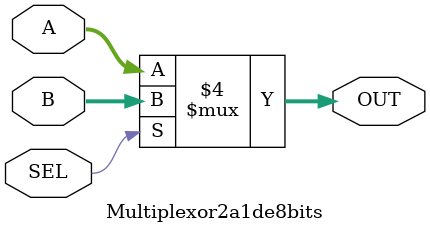
<source format=v>
`timescale 1ns / 1ps


module Multiplexor2a1de8bits (
    input  wire [7:0] A,
    input  wire [7:0] B,
    input  wire       SEL,
    output reg  [7:0] OUT
);
    always @(A or B or SEL)
    begin
        if (~SEL)
            OUT = A;
        else
            OUT = B;
    end
endmodule
</source>
